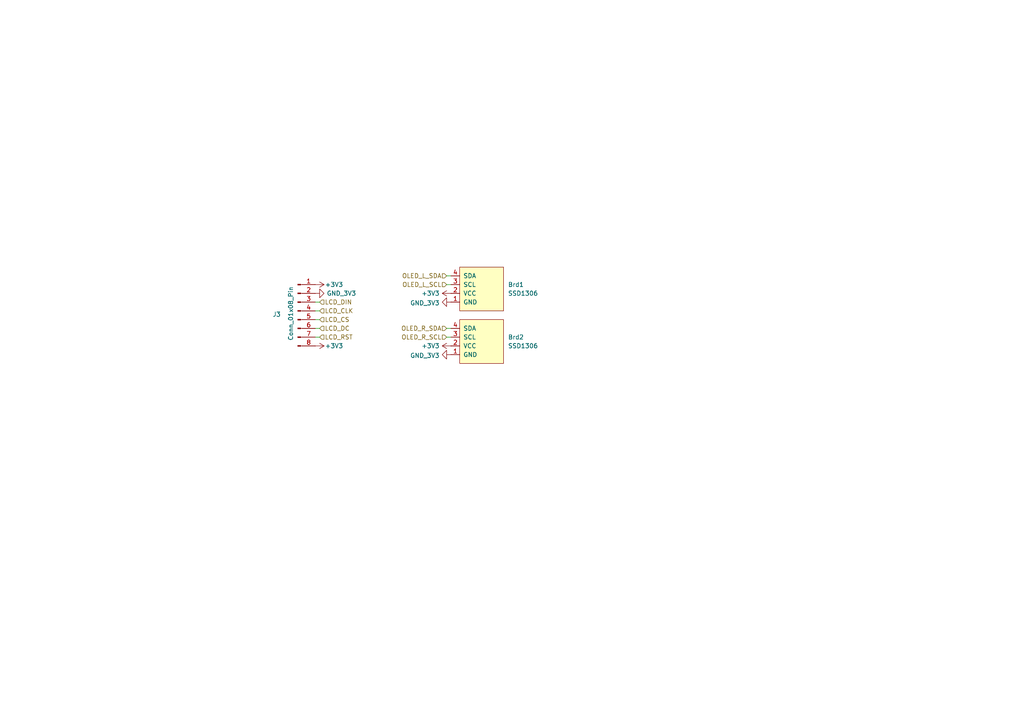
<source format=kicad_sch>
(kicad_sch (version 20231120) (generator "eeschema") (generator_version "8.0")
  (paper "A4")
  (lib_symbols
    (symbol "Connector:Conn_01x08_Pin" (pin_names (offset 1.016) hide)
      (property "Reference" "J" (at 0 10.16 0))
      (property "Value" "Conn_01x08_Pin" (at 0 -12.7 0))
      (symbol "Conn_01x08_Pin_1_1"
        (polyline (pts (xy 1.27 -10.16) (xy 0.8636 -10.16)) (stroke (width 0.1524)))
        (polyline (pts (xy 1.27 -7.62) (xy 0.8636 -7.62)) (stroke (width 0.1524)))
        (polyline (pts (xy 1.27 -5.08) (xy 0.8636 -5.08)) (stroke (width 0.1524)))
        (polyline (pts (xy 1.27 -2.54) (xy 0.8636 -2.54)) (stroke (width 0.1524)))
        (polyline (pts (xy 1.27 0) (xy 0.8636 0)) (stroke (width 0.1524)))
        (polyline (pts (xy 1.27 2.54) (xy 0.8636 2.54)) (stroke (width 0.1524)))
        (polyline (pts (xy 1.27 5.08) (xy 0.8636 5.08)) (stroke (width 0.1524)))
        (polyline (pts (xy 1.27 7.62) (xy 0.8636 7.62)) (stroke (width 0.1524)))
        (rectangle (start 0.8636 -10.033) (end 0 -10.287) (stroke (width 0.1524)) (fill (type outline)))
        (rectangle (start 0.8636 -7.493) (end 0 -7.747) (stroke (width 0.1524)) (fill (type outline)))
        (rectangle (start 0.8636 -4.953) (end 0 -5.207) (stroke (width 0.1524)) (fill (type outline)))
        (rectangle (start 0.8636 -2.413) (end 0 -2.667) (stroke (width 0.1524)) (fill (type outline)))
        (rectangle (start 0.8636 0.127) (end 0 -0.127) (stroke (width 0.1524)) (fill (type outline)))
        (rectangle (start 0.8636 2.667) (end 0 2.413) (stroke (width 0.1524)) (fill (type outline)))
        (rectangle (start 0.8636 5.207) (end 0 4.953) (stroke (width 0.1524)) (fill (type outline)))
        (rectangle (start 0.8636 7.747) (end 0 7.493) (stroke (width 0.1524)) (fill (type outline)))
        (pin passive line (at 5.08 7.62 180) (length 3.81) (name "Pin_1") (number "1"))
        (pin passive line (at 5.08 5.08 180) (length 3.81) (name "Pin_2") (number "2"))
        (pin passive line (at 5.08 2.54 180) (length 3.81) (name "Pin_3") (number "3"))
        (pin passive line (at 5.08 0 180) (length 3.81) (name "Pin_4") (number "4"))
        (pin passive line (at 5.08 -2.54 180) (length 3.81) (name "Pin_5") (number "5"))
        (pin passive line (at 5.08 -5.08 180) (length 3.81) (name "Pin_6") (number "6"))
        (pin passive line (at 5.08 -7.62 180) (length 3.81) (name "Pin_7") (number "7"))
        (pin passive line (at 5.08 -10.16 180) (length 3.81) (name "Pin_8") (number "8"))
      )
    )
    (symbol "SSD1306:SSD1306" (pin_names (offset 1.016))
      (property "Reference" "Brd" (at 0 -3.81 0))
      (property "Value" "SSD1306" (at 0 -1.27 0))
      (symbol "SSD1306_0_1"
        (rectangle (start -6.35 6.35) (end 6.35 -6.35) (fill (type background)))
      )
      (symbol "SSD1306_1_1"
        (pin input line (at -3.81 8.89 270) (length 2.54) (name "GND") (number "1"))
        (pin input line (at -1.27 8.89 270) (length 2.54) (name "VCC") (number "2"))
        (pin input line (at 1.27 8.89 270) (length 2.54) (name "SCL") (number "3"))
        (pin input line (at 3.81 8.89 270) (length 2.54) (name "SDA") (number "4"))
      )
    )
    (symbol "power:+3V3" (power) (pin_numbers hide) (pin_names (offset 0) hide)
      (property "Value" "+3V3" (at 0 3.556 0))
      (symbol "+3V3_0_1"
        (polyline (pts (xy -0.762 1.27) (xy 0 2.54)))
        (polyline (pts (xy 0 0) (xy 0 2.54)))
        (polyline (pts (xy 0 2.54) (xy 0.762 1.27)))
      )
      (symbol "+3V3_1_1"
        (pin power_in line (at 0 0 90) (length 0) (name "~") (number "1"))
      )
    )
    (symbol "power:GND" (power) (pin_numbers hide) (pin_names (offset 0) hide)
      (property "Value" "GND" (at 0 -3.81 0))
      (symbol "GND_0_1"
        (polyline (pts (xy 0 0) (xy 0 -1.27) (xy 1.27 -1.27) (xy 0 -2.54) (xy -1.27 -1.27) (xy 0 -1.27)))
      )
      (symbol "GND_1_1"
        (pin power_in line (at 0 0 270) (length 0) (name "~") (number "1"))
      )
    )
  )
  (wire (pts (xy 129.54 82.55) (xy 130.81 82.55)))
  (wire (pts (xy 92.71 97.79) (xy 91.44 97.79)))
  (wire (pts (xy 129.54 97.79) (xy 130.81 97.79)))
  (wire (pts (xy 129.54 95.25) (xy 130.81 95.25)))
  (wire (pts (xy 92.71 90.17) (xy 91.44 90.17)))
  (wire (pts (xy 129.54 80.01) (xy 130.81 80.01)))
  (wire (pts (xy 92.71 87.63) (xy 91.44 87.63)))
  (wire (pts (xy 92.71 92.71) (xy 91.44 92.71)))
  (wire (pts (xy 92.71 95.25) (xy 91.44 95.25)))
  (hierarchical_label "LCD_DC" (shape input) (at 92.71 95.25 0))
  (hierarchical_label "LCD_RST" (shape input) (at 92.71 97.79 0))
  (hierarchical_label "LCD_DIN" (shape input) (at 92.71 87.63 0))
  (hierarchical_label "OLED_L_SCL" (shape input) (at 129.54 82.55 180))
  (hierarchical_label "OLED_R_SDA" (shape input) (at 129.54 95.25 180))
  (hierarchical_label "OLED_R_SCL" (shape input) (at 129.54 97.79 180))
  (hierarchical_label "LCD_CLK" (shape input) (at 92.71 90.17 0))
  (hierarchical_label "LCD_CS" (shape input) (at 92.71 92.71 0))
  (hierarchical_label "OLED_L_SDA" (shape input) (at 129.54 80.01 180))
  (symbol (lib_id "power:GND") (at 91.44 85.09 90) (unit 1)
    (property "Reference" "#PWR025" (effects (hide yes)))
    (property "Value" "GND_3V3" (at 94.742 85.09 90) (effects (justify right)))
    (property "Description" "Power symbol creates a global label with name \"GND\" , ground" (effects (hide yes)))
  )
  (symbol (lib_id "power:+3V3") (at 91.44 82.55 270) (unit 1)
    (property "Reference" "#PWR022" (effects (hide yes)))
    (property "Value" "+3V3" (at 94.234 82.55 90) (effects (justify left)))
    (property "Description" "Power symbol creates a global label with name \"+3V3\"" (effects (hide yes)))
  )
  (symbol (lib_id "Connector:Conn_01x08_Pin") (at 86.36 90.17 0) (unit 1)
    (property "Reference" "J3" (at 80.264 91.186 0))
    (property "Value" "Conn_01x08_Pin" (at 84.328 90.932 90))
    (property "Footprint" "Connector_PinHeader_2.54mm:PinHeader_1x08_P2.54mm_Vertical" (effects (hide yes)))
    (property "Description" "Generic connector, single row, 01x08, script generated" (effects (hide yes)))
  )
  (symbol (lib_id "power:+3V3") (at 91.44 100.33 270) (unit 1)
    (property "Reference" "#PWR026" (effects (hide yes)))
    (property "Value" "+3V3" (at 94.234 100.33 90) (effects (justify left)))
    (property "Description" "Power symbol creates a global label with name \"+3V3\"" (effects (hide yes)))
  )
  (symbol (lib_id "power:+3V3") (at 130.81 100.33 90) (unit 1)
    (property "Reference" "#PWR027" (effects (hide yes)))
    (property "Value" "+3V3" (at 127.508 100.33 90) (effects (justify left)))
    (property "Description" "Power symbol creates a global label with name \"+3V3\"" (effects (hide yes)))
  )
  (symbol (lib_id "power:GND") (at 130.81 87.63 270) (unit 1)
    (property "Reference" "#PWR024" (effects (hide yes)))
    (property "Value" "GND_3V3" (at 127.508 87.884 90) (effects (justify right)))
    (property "Description" "Power symbol creates a global label with name \"GND\" , ground" (effects (hide yes)))
  )
  (symbol (lib_id "SSD1306:SSD1306") (at 139.7 99.06 90) (unit 1)
    (property "Reference" "Brd2" (at 147.32 97.7899 90) (effects (justify right)))
    (property "Value" "SSD1306" (at 147.32 100.3299 90) (effects (justify right)))
    (property "Footprint" "SSD1306:128x64OLED" (effects (hide yes)))
    (property "Description" "SSD1306 OLED" (effects (hide yes)))
  )
  (symbol (lib_id "power:GND") (at 130.81 102.87 270) (unit 1)
    (property "Reference" "#PWR028" (effects (hide yes)))
    (property "Value" "GND_3V3" (at 127.508 103.124 90) (effects (justify right)))
    (property "Description" "Power symbol creates a global label with name \"GND\" , ground" (effects (hide yes)))
  )
  (symbol (lib_id "SSD1306:SSD1306") (at 139.7 83.82 90) (unit 1)
    (property "Reference" "Brd1" (at 147.32 82.5499 90) (effects (justify right)))
    (property "Value" "SSD1306" (at 147.32 85.0899 90) (effects (justify right)))
    (property "Footprint" "SSD1306:128x64OLED" (effects (hide yes)))
    (property "Description" "SSD1306 OLED" (effects (hide yes)))
  )
  (symbol (lib_id "power:+3V3") (at 130.81 85.09 90) (unit 1)
    (property "Reference" "#PWR023" (effects (hide yes)))
    (property "Value" "+3V3" (at 127.508 85.09 90) (effects (justify left)))
    (property "Description" "Power symbol creates a global label with name \"+3V3\"" (effects (hide yes)))
  )
)
</source>
